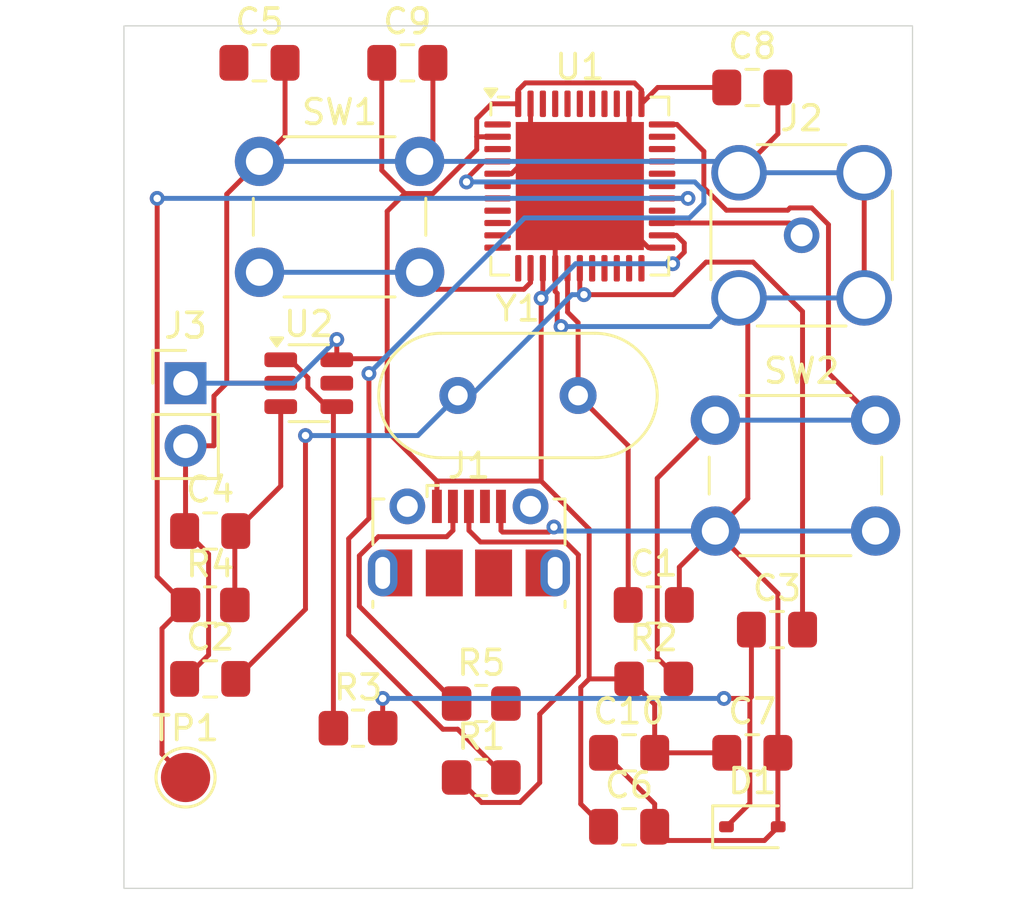
<source format=kicad_pcb>
(kicad_pcb (version 20241229) (generator "pcbnew") (generator_version "9.0")
  (layers (0 "F.Cu" signal) (2 "B.Cu" signal) (13 "F.Paste" user) (15 "B.Paste" user) (5 "F.SilkS" user "F.Silkscreen") (7 "B.SilkS" user "B.Silkscreen") (1 "F.Mask" user) (3 "B.Mask" user) (25 "Edge.Cuts" user))
  (net 0 "")
  (net 1 "Net-(U1-XTAL2)")
  (net 2 "GND")
  (net 3 "Net-(U1-XTAL1)")
  (net 4 "Net-(D1-K)")
  (net 5 "Net-(U2-+)")
  (net 6 "Net-(U1-UCAP)")
  (net 7 "5V")
  (net 15 "Net-(J1-D-)")
  (net 18 "Net-(J1-D+)")
  (net 19 "Net-(J2-In)")
  (net 20 "Net-(U1-D+)")
  (net 21 "Net-(SW2-A)")
  (net 22 "Net-(U2--)")
  (net 23 "Net-(U1-PD7)")
  (net 24 "Net-(U1-D-)")
  (net 25 "Net-(SW1-B)")
  (footprint "Capacitor_SMD:C_0805_2012Metric_Pad1.18x1.45mm_HandSolder" (layer "F.Cu") (at 124 133)
    (property "Reference" "C7" (at 0 -1.68 0) (layer "F.SilkS"))
    (property "Value" "100n")
    (fp_line (start -0.261252 -0.735) (end 0.261252 -0.735) (stroke (width 0.12)) (layer "F.SilkS"))
    (fp_line (start -0.261252 0.735) (end 0.261252 0.735) (stroke (width 0.12)) (layer "F.SilkS"))
    (pad "1" smd roundrect (at -1.0375 0) (size 1.175 1.45) (layers "F.Cu" "F.Mask" "F.Paste") (roundrect_rratio 0.212766) (net 7 "5V"))
    (pad "2" smd roundrect (at 1.0375 0) (size 1.175 1.45) (layers "F.Cu" "F.Mask" "F.Paste") (roundrect_rratio 0.212766) (net 2 "GND"))
  )
  (footprint "Capacitor_SMD:C_0805_2012Metric_Pad1.18x1.45mm_HandSolder" (layer "F.Cu") (at 102 130)
    (property "Reference" "C2" (at 0 -1.68 0) (layer "F.SilkS"))
    (property "Value" "18pF")
    (fp_line (start -0.261252 -0.735) (end 0.261252 -0.735) (stroke (width 0.12)) (layer "F.SilkS"))
    (fp_line (start -0.261252 0.735) (end 0.261252 0.735) (stroke (width 0.12)) (layer "F.SilkS"))
    (pad "1" smd roundrect (at -1.0375 0) (size 1.175 1.45) (layers "F.Cu" "F.Mask" "F.Paste") (roundrect_rratio 0.212766) (net 2 "GND"))
    (pad "2" smd roundrect (at 1.0375 0) (size 1.175 1.45) (layers "F.Cu" "F.Mask" "F.Paste") (roundrect_rratio 0.212766) (net 3 "Net-(U1-XTAL1)"))
  )
  (footprint "Resistor_SMD:R_0805_2012Metric_Pad1.20x1.40mm_HandSolder" (layer "F.Cu") (at 113 134)
    (property "Reference" "R1" (at 0 -1.65 0) (layer "F.SilkS"))
    (property "Value" "22")
    (fp_line (start -0.227064 -0.735) (end 0.227064 -0.735) (stroke (width 0.12)) (layer "F.SilkS"))
    (fp_line (start -0.227064 0.735) (end 0.227064 0.735) (stroke (width 0.12)) (layer "F.SilkS"))
    (pad "1" smd roundrect (at -1 0) (size 1.2 1.4) (layers "F.Cu" "F.Mask" "F.Paste") (roundrect_rratio 0.208333) (net 18 "Net-(J1-D+)"))
    (pad "2" smd roundrect (at 1 0) (size 1.2 1.4) (layers "F.Cu" "F.Mask" "F.Paste") (roundrect_rratio 0.208333) (net 20 "Net-(U1-D+)"))
  )
  (footprint "Package_TO_SOT_SMD:TSOT-23-6" (layer "F.Cu") (at 106 118)
    (property "Reference" "U2" (at 0 -2.4 0) (layer "F.SilkS"))
    (property "Value" "LMH6611")
    (fp_line (start 0 -1.56) (end -0.8 -1.56) (stroke (width 0.12)) (layer "F.SilkS"))
    (fp_line (start 0 -1.56) (end 0.8 -1.56) (stroke (width 0.12)) (layer "F.SilkS"))
    (fp_line (start 0 1.56) (end -0.8 1.56) (stroke (width 0.12)) (layer "F.SilkS"))
    (fp_line (start 0 1.56) (end 0.8 1.56) (stroke (width 0.12)) (layer "F.SilkS"))
    (fp_poly (pts (xy -1.3 -1.51) (xy -1.54 -1.84) (xy -1.06 -1.84) (xy -1.3 -1.51)) (stroke (width 0.12)) (fill yes) (layer "F.SilkS"))
    (pad "1" smd roundrect (at -1.1375 -0.95) (size 1.325 0.6) (layers "F.Cu" "F.Mask" "F.Paste") (net 22 "Net-(U2--)"))
    (pad "2" smd roundrect (at -1.1375 0) (size 1.325 0.6) (layers "F.Cu" "F.Mask" "F.Paste") (net 2 "GND"))
    (pad "3" smd roundrect (at -1.1375 0.95) (size 1.325 0.6) (layers "F.Cu" "F.Mask" "F.Paste") (net 5 "Net-(U2-+)"))
    (pad "4" smd roundrect (at 1.1375 0.95) (size 1.325 0.6) (layers "F.Cu" "F.Mask" "F.Paste") (net 22 "Net-(U2--)"))
    (pad "5" smd roundrect (at 1.1375 0) (size 1.325 0.6) (layers "F.Cu" "F.Mask" "F.Paste"))
    (pad "6" smd roundrect (at 1.1375 -0.95) (size 1.325 0.6) (layers "F.Cu" "F.Mask" "F.Paste") (net 7 "5V"))
  )
  (footprint "Capacitor_SMD:C_0805_2012Metric_Pad1.18x1.45mm_HandSolder" (layer "F.Cu") (at 102 124)
    (property "Reference" "C4" (at 0 -1.68 0) (layer "F.SilkS"))
    (property "Value" "18pF")
    (fp_line (start -0.261252 -0.735) (end 0.261252 -0.735) (stroke (width 0.12)) (layer "F.SilkS"))
    (fp_line (start -0.261252 0.735) (end 0.261252 0.735) (stroke (width 0.12)) (layer "F.SilkS"))
    (pad "1" smd roundrect (at -1.0375 0) (size 1.175 1.45) (layers "F.Cu" "F.Mask" "F.Paste") (roundrect_rratio 0.212766) (net 2 "GND"))
    (pad "2" smd roundrect (at 1.0375 0) (size 1.175 1.45) (layers "F.Cu" "F.Mask" "F.Paste") (roundrect_rratio 0.212766) (net 5 "Net-(U2-+)"))
  )
  (footprint "Capacitor_SMD:C_0805_2012Metric_Pad1.18x1.45mm_HandSolder" (layer "F.Cu") (at 120 127)
    (property "Reference" "C1" (at 0 -1.68 0) (layer "F.SilkS"))
    (property "Value" "18pF")
    (fp_line (start -0.261252 -0.735) (end 0.261252 -0.735) (stroke (width 0.12)) (layer "F.SilkS"))
    (fp_line (start -0.261252 0.735) (end 0.261252 0.735) (stroke (width 0.12)) (layer "F.SilkS"))
    (pad "1" smd roundrect (at -1.0375 0) (size 1.175 1.45) (layers "F.Cu" "F.Mask" "F.Paste") (roundrect_rratio 0.212766) (net 1 "Net-(U1-XTAL2)"))
    (pad "2" smd roundrect (at 1.0375 0) (size 1.175 1.45) (layers "F.Cu" "F.Mask" "F.Paste") (roundrect_rratio 0.212766) (net 2 "GND"))
  )
  (footprint "TestPoint:TestPoint_Pad_D2.0mm" (layer "F.Cu") (at 101 134)
    (property "Reference" "TP1" (at 0 -1.998 0) (layer "F.SilkS"))
    (property "Value" "TestPoint")
    (fp_circle (center 0 0) (end 0 1.2) (stroke (width 0.12)) (fill no) (layer "F.SilkS"))
    (pad "1" smd circle (at 0 0) (size 2 2) (layers "F.Cu" "F.Mask") (net 23 "Net-(U1-PD7)"))
  )
  (footprint "Capacitor_SMD:C_0805_2012Metric_Pad1.18x1.45mm_HandSolder" (layer "F.Cu") (at 125 128)
    (property "Reference" "C3" (at 0 -1.68 0) (layer "F.SilkS"))
    (property "Value" "10nF")
    (fp_line (start -0.261252 -0.735) (end 0.261252 -0.735) (stroke (width 0.12)) (layer "F.SilkS"))
    (fp_line (start -0.261252 0.735) (end 0.261252 0.735) (stroke (width 0.12)) (layer "F.SilkS"))
    (pad "1" smd roundrect (at -1.0375 0) (size 1.175 1.45) (layers "F.Cu" "F.Mask" "F.Paste") (roundrect_rratio 0.212766) (net 4 "Net-(D1-K)"))
    (pad "2" smd roundrect (at 1.0375 0) (size 1.175 1.45) (layers "F.Cu" "F.Mask" "F.Paste") (roundrect_rratio 0.212766) (net 3 "Net-(U1-XTAL1)"))
  )
  (footprint "Connector_USB:USB_Micro-B_Molex-105017-0001" (layer "F.Cu") (at 112.5 124.4625)
    (property "Reference" "J1" (at 0 -3.1125 0) (layer "F.SilkS"))
    (property "Value" "USB_OTG")
    (fp_line (start -3.9 -1.7625) (end -3.45 -1.7625) (stroke (width 0.12)) (layer "F.SilkS"))
    (fp_line (start -3.9 0.0875) (end -3.9 -1.7625) (stroke (width 0.12)) (layer "F.SilkS"))
    (fp_line (start -3.9 2.6375) (end -3.9 2.3875) (stroke (width 0.12)) (layer "F.SilkS"))
    (fp_line (start -1.7 -2.3125) (end -1.7 -1.8625) (stroke (width 0.12)) (layer "F.SilkS"))
    (fp_line (start -1.7 -2.3125) (end -1.25 -2.3125) (stroke (width 0.12)) (layer "F.SilkS"))
    (fp_line (start 3.9 -1.7625) (end 3.45 -1.7625) (stroke (width 0.12)) (layer "F.SilkS"))
    (fp_line (start 3.9 0.0875) (end 3.9 -1.7625) (stroke (width 0.12)) (layer "F.SilkS"))
    (fp_line (start 3.9 2.6375) (end 3.9 2.3875) (stroke (width 0.12)) (layer "F.SilkS"))
    (pad "1" smd rect (at -1.3 -1.4625) (size 0.4 1.35) (layers "F.Cu" "F.Mask" "F.Paste") (net 7 "5V"))
    (pad "2" smd rect (at -0.65 -1.4625) (size 0.4 1.35) (layers "F.Cu" "F.Mask" "F.Paste") (net 15 "Net-(J1-D-)"))
    (pad "3" smd rect (at 0 -1.4625) (size 0.4 1.35) (layers "F.Cu" "F.Mask" "F.Paste") (net 18 "Net-(J1-D+)"))
    (pad "4" smd rect (at 0.65 -1.4625) (size 0.4 1.35) (layers "F.Cu" "F.Mask" "F.Paste"))
    (pad "5" smd rect (at 1.3 -1.4625) (size 0.4 1.35) (layers "F.Cu" "F.Mask" "F.Paste") (net 2 "GND"))
    (pad "6" thru_hole oval (at -3.5 1.2375 180) (size 1.2 1.9) (drill oval 0.6 1.3) (property pad_prop_heatsink) (layers "*.Cu" "*.Mask"))
    (pad "6" smd rect (at -2.9 1.2375) (size 1.2 1.9) (layers "F.Cu" "F.Mask"))
    (pad "6" thru_hole circle (at -2.5 -1.4625) (size 1.45 1.45) (drill 0.85) (property pad_prop_heatsink) (layers "*.Cu" "*.Mask"))
    (pad "6" smd rect (at -1 1.2375) (size 1.5 1.9) (layers "F.Cu" "F.Mask" "F.Paste"))
    (pad "6" smd rect (at 1 1.2375) (size 1.5 1.9) (layers "F.Cu" "F.Mask" "F.Paste"))
    (pad "6" thru_hole circle (at 2.5 -1.4625) (size 1.45 1.45) (drill 0.85) (property pad_prop_heatsink) (layers "*.Cu" "*.Mask"))
    (pad "6" smd rect (at 2.9 1.2375) (size 1.2 1.9) (layers "F.Cu" "F.Mask"))
    (pad "6" thru_hole oval (at 3.5 1.2375) (size 1.2 1.9) (drill oval 0.6 1.3) (property pad_prop_heatsink) (layers "*.Cu" "*.Mask"))
  )
  (footprint "Resistor_SMD:R_0805_2012Metric_Pad1.20x1.40mm_HandSolder" (layer "F.Cu") (at 102 127)
    (property "Reference" "R4" (at 0 -1.65 0) (layer "F.SilkS"))
    (property "Value" "5k")
    (fp_line (start -0.227064 -0.735) (end 0.227064 -0.735) (stroke (width 0.12)) (layer "F.SilkS"))
    (fp_line (start -0.227064 0.735) (end 0.227064 0.735) (stroke (width 0.12)) (layer "F.SilkS"))
    (pad "1" smd roundrect (at -1 0) (size 1.2 1.4) (layers "F.Cu" "F.Mask" "F.Paste") (roundrect_rratio 0.208333) (net 23 "Net-(U1-PD7)"))
    (pad "2" smd roundrect (at 1 0) (size 1.2 1.4) (layers "F.Cu" "F.Mask" "F.Paste") (roundrect_rratio 0.208333) (net 5 "Net-(U2-+)"))
  )
  (footprint "Resistor_SMD:R_0805_2012Metric_Pad1.20x1.40mm_HandSolder" (layer "F.Cu") (at 120 130)
    (property "Reference" "R2" (at 0 -1.65 0) (layer "F.SilkS"))
    (property "Value" "5k")
    (fp_line (start -0.227064 -0.735) (end 0.227064 -0.735) (stroke (width 0.12)) (layer "F.SilkS"))
    (fp_line (start -0.227064 0.735) (end 0.227064 0.735) (stroke (width 0.12)) (layer "F.SilkS"))
    (pad "1" smd roundrect (at -1 0) (size 1.2 1.4) (layers "F.Cu" "F.Mask" "F.Paste") (roundrect_rratio 0.208333) (net 7 "5V"))
    (pad "2" smd roundrect (at 1 0) (size 1.2 1.4) (layers "F.Cu" "F.Mask" "F.Paste") (roundrect_rratio 0.208333) (net 21 "Net-(SW2-A)"))
  )
  (footprint "Capacitor_SMD:C_0805_2012Metric_Pad1.18x1.45mm_HandSolder" (layer "F.Cu") (at 124 106)
    (property "Reference" "C8" (at 0 -1.68 0) (layer "F.SilkS"))
    (property "Value" "100n")
    (fp_line (start -0.261252 -0.735) (end 0.261252 -0.735) (stroke (width 0.12)) (layer "F.SilkS"))
    (fp_line (start -0.261252 0.735) (end 0.261252 0.735) (stroke (width 0.12)) (layer "F.SilkS"))
    (pad "1" smd roundrect (at -1.0375 0) (size 1.175 1.45) (layers "F.Cu" "F.Mask" "F.Paste") (roundrect_rratio 0.212766) (net 7 "5V"))
    (pad "2" smd roundrect (at 1.0375 0) (size 1.175 1.45) (layers "F.Cu" "F.Mask" "F.Paste") (roundrect_rratio 0.212766) (net 2 "GND"))
  )
  (footprint "Capacitor_SMD:C_0805_2012Metric_Pad1.18x1.45mm_HandSolder" (layer "F.Cu") (at 110 105)
    (property "Reference" "C9" (at 0 -1.68 0) (layer "F.SilkS"))
    (property "Value" "100n")
    (fp_line (start -0.261252 -0.735) (end 0.261252 -0.735) (stroke (width 0.12)) (layer "F.SilkS"))
    (fp_line (start -0.261252 0.735) (end 0.261252 0.735) (stroke (width 0.12)) (layer "F.SilkS"))
    (pad "1" smd roundrect (at -1.0375 0) (size 1.175 1.45) (layers "F.Cu" "F.Mask" "F.Paste") (roundrect_rratio 0.212766) (net 7 "5V"))
    (pad "2" smd roundrect (at 1.0375 0) (size 1.175 1.45) (layers "F.Cu" "F.Mask" "F.Paste") (roundrect_rratio 0.212766) (net 2 "GND"))
  )
  (footprint "Button_Switch_THT:SW_PUSH_6mm" (layer "F.Cu") (at 122.5 119.5)
    (property "Reference" "SW2" (at 3.5 -2 0) (layer "F.SilkS"))
    (property "Value" "~")
    (fp_line (start -0.25 1.5) (end -0.25 3) (stroke (width 0.12)) (layer "F.SilkS"))
    (fp_line (start 1 5.5) (end 5.5 5.5) (stroke (width 0.12)) (layer "F.SilkS"))
    (fp_line (start 5.5 -1) (end 1 -1) (stroke (width 0.12)) (layer "F.SilkS"))
    (fp_line (start 6.75 3) (end 6.75 1.5) (stroke (width 0.12)) (layer "F.SilkS"))
    (pad "1" thru_hole circle (at 0 0 90) (size 2 2) (drill 1.1) (layers "*.Cu" "*.Mask") (net 21 "Net-(SW2-A)"))
    (pad "1" thru_hole circle (at 6.5 0 90) (size 2 2) (drill 1.1) (layers "*.Cu" "*.Mask") (net 21 "Net-(SW2-A)"))
    (pad "2" thru_hole circle (at 0 4.5 90) (size 2 2) (drill 1.1) (layers "*.Cu" "*.Mask") (net 2 "GND"))
    (pad "2" thru_hole circle (at 6.5 4.5 90) (size 2 2) (drill 1.1) (layers "*.Cu" "*.Mask") (net 2 "GND"))
  )
  (footprint "Capacitor_SMD:C_0805_2012Metric_Pad1.18x1.45mm_HandSolder" (layer "F.Cu") (at 119 133)
    (property "Reference" "C10" (at 0 -1.68 0) (layer "F.SilkS"))
    (property "Value" "100n")
    (fp_line (start -0.261252 -0.735) (end 0.261252 -0.735) (stroke (width 0.12)) (layer "F.SilkS"))
    (fp_line (start -0.261252 0.735) (end 0.261252 0.735) (stroke (width 0.12)) (layer "F.SilkS"))
    (pad "1" smd roundrect (at -1.0375 0) (size 1.175 1.45) (layers "F.Cu" "F.Mask" "F.Paste") (roundrect_rratio 0.212766) (net 2 "GND"))
    (pad "2" smd roundrect (at 1.0375 0) (size 1.175 1.45) (layers "F.Cu" "F.Mask" "F.Paste") (roundrect_rratio 0.212766) (net 7 "5V"))
  )
  (footprint "Connector_Coaxial:SMA_Amphenol_132134-14_Vertical" (layer "F.Cu") (at 126 112)
    (property "Reference" "J2" (at 0 -4.75 0) (layer "F.SilkS"))
    (property "Value" "Conn_Coaxial")
    (fp_line (start -3.68 -1.8) (end -3.68 1.8) (stroke (width 0.12)) (layer "F.SilkS"))
    (fp_line (start -1.8 -3.68) (end 1.8 -3.68) (stroke (width 0.12)) (layer "F.SilkS"))
    (fp_line (start -1.8 3.68) (end 1.8 3.68) (stroke (width 0.12)) (layer "F.SilkS"))
    (fp_line (start 3.68 -1.8) (end 3.68 1.8) (stroke (width 0.12)) (layer "F.SilkS"))
    (pad "1" thru_hole circle (at 0 0) (size 1.44 1.44) (drill 0.89) (layers "*.Cu" "*.Mask") (net 19 "Net-(J2-In)"))
    (pad "2" thru_hole circle (at -2.54 -2.54) (size 2.25 2.25) (drill 1.7) (layers "*.Cu" "*.Mask") (net 2 "GND"))
    (pad "2" thru_hole circle (at -2.54 2.54) (size 2.25 2.25) (drill 1.7) (layers "*.Cu" "*.Mask") (net 2 "GND"))
    (pad "2" thru_hole circle (at 2.54 -2.54) (size 2.25 2.25) (drill 1.7) (layers "*.Cu" "*.Mask") (net 2 "GND"))
    (pad "2" thru_hole circle (at 2.54 2.54) (size 2.25 2.25) (drill 1.7) (layers "*.Cu" "*.Mask") (net 2 "GND"))
  )
  (footprint "Capacitor_SMD:C_0805_2012Metric_Pad1.18x1.45mm_HandSolder" (layer "F.Cu") (at 119 136)
    (property "Reference" "C6" (at 0 -1.68 0) (layer "F.SilkS"))
    (property "Value" "100n")
    (fp_line (start -0.261252 -0.735) (end 0.261252 -0.735) (stroke (width 0.12)) (layer "F.SilkS"))
    (fp_line (start -0.261252 0.735) (end 0.261252 0.735) (stroke (width 0.12)) (layer "F.SilkS"))
    (pad "1" smd roundrect (at -1.0375 0) (size 1.175 1.45) (layers "F.Cu" "F.Mask" "F.Paste") (roundrect_rratio 0.212766) (net 7 "5V"))
    (pad "2" smd roundrect (at 1.0375 0) (size 1.175 1.45) (layers "F.Cu" "F.Mask" "F.Paste") (roundrect_rratio 0.212766) (net 2 "GND"))
  )
  (footprint "Capacitor_SMD:C_0805_2012Metric_Pad1.18x1.45mm_HandSolder" (layer "F.Cu") (at 104 105)
    (property "Reference" "C5" (at 0 -1.68 0) (layer "F.SilkS"))
    (property "Value" "1u")
    (fp_line (start -0.261252 -0.735) (end 0.261252 -0.735) (stroke (width 0.12)) (layer "F.SilkS"))
    (fp_line (start -0.261252 0.735) (end 0.261252 0.735) (stroke (width 0.12)) (layer "F.SilkS"))
    (pad "1" smd roundrect (at -1.0375 0) (size 1.175 1.45) (layers "F.Cu" "F.Mask" "F.Paste") (roundrect_rratio 0.212766) (net 6 "Net-(U1-UCAP)"))
    (pad "2" smd roundrect (at 1.0375 0) (size 1.175 1.45) (layers "F.Cu" "F.Mask" "F.Paste") (roundrect_rratio 0.212766) (net 2 "GND"))
  )
  (footprint "Connector_PinHeader_2.54mm:PinHeader_1x02_P2.54mm_Vertical" (layer "F.Cu") (at 101 118)
    (property "Reference" "J3" (at 0 -2.33 0) (layer "F.SilkS"))
    (property "Value" "Conn_01x02_Socket")
    (fp_line (start -1.33 -1.33) (end 0 -1.33) (stroke (width 0.12)) (layer "F.SilkS"))
    (fp_line (start -1.33 0) (end -1.33 -1.33) (stroke (width 0.12)) (layer "F.SilkS"))
    (fp_line (start -1.33 1.27) (end -1.33 3.87) (stroke (width 0.12)) (layer "F.SilkS"))
    (fp_line (start -1.33 1.27) (end 1.33 1.27) (stroke (width 0.12)) (layer "F.SilkS"))
    (fp_line (start -1.33 3.87) (end 1.33 3.87) (stroke (width 0.12)) (layer "F.SilkS"))
    (fp_line (start 1.33 1.27) (end 1.33 3.87) (stroke (width 0.12)) (layer "F.SilkS"))
    (pad "1" thru_hole rect (at 0 0) (size 1.7 1.7) (drill 1) (layers "*.Cu" "*.Mask") (net 7 "5V"))
    (pad "2" thru_hole oval (at 0 2.54) (size 1.7 1.7) (drill 1) (layers "*.Cu" "*.Mask") (net 2 "GND"))
  )
  (footprint "Package_DFN_QFN:QFN-44-1EP_7x7mm_P0.5mm_EP5.2x5.2mm" (layer "F.Cu") (at 117 110)
    (property "Reference" "U1" (at 0 -4.83 0) (layer "F.SilkS"))
    (property "Value" "ATmega16U4-M")
    (fp_line (start -3.61 -2.885) (end -3.61 -3.37) (stroke (width 0.12)) (layer "F.SilkS"))
    (fp_line (start -3.61 3.61) (end -3.61 2.885) (stroke (width 0.12)) (layer "F.SilkS"))
    (fp_line (start -2.885 -3.61) (end -3.31 -3.61) (stroke (width 0.12)) (layer "F.SilkS"))
    (fp_line (start -2.885 3.61) (end -3.61 3.61) (stroke (width 0.12)) (layer "F.SilkS"))
    (fp_line (start 2.885 -3.61) (end 3.61 -3.61) (stroke (width 0.12)) (layer "F.SilkS"))
    (fp_line (start 2.885 3.61) (end 3.61 3.61) (stroke (width 0.12)) (layer "F.SilkS"))
    (fp_line (start 3.61 -3.61) (end 3.61 -2.885) (stroke (width 0.12)) (layer "F.SilkS"))
    (fp_line (start 3.61 3.61) (end 3.61 2.885) (stroke (width 0.12)) (layer "F.SilkS"))
    (fp_poly (pts (xy -3.61 -3.61) (xy -3.85 -3.94) (xy -3.37 -3.94) (xy -3.61 -3.61)) (stroke (width 0.12)) (fill yes) (layer "F.SilkS"))
    (pad "1" smd roundrect (at -3.3375 -2.5) (size 1.075 0.25) (layers "F.Cu" "F.Mask" "F.Paste"))
    (pad "2" smd roundrect (at -3.3375 -2) (size 1.075 0.25) (layers "F.Cu" "F.Mask" "F.Paste") (net 7 "5V"))
    (pad "3" smd roundrect (at -3.3375 -1.5) (size 1.075 0.25) (layers "F.Cu" "F.Mask" "F.Paste") (net 24 "Net-(U1-D-)"))
    (pad "4" smd roundrect (at -3.3375 -1) (size 1.075 0.25) (layers "F.Cu" "F.Mask" "F.Paste") (net 20 "Net-(U1-D+)"))
    (pad "5" smd roundrect (at -3.3375 -0.5) (size 1.075 0.25) (layers "F.Cu" "F.Mask" "F.Paste") (net 2 "GND"))
    (pad "6" smd roundrect (at -3.3375 0) (size 1.075 0.25) (layers "F.Cu" "F.Mask" "F.Paste") (net 6 "Net-(U1-UCAP)"))
    (pad "7" smd roundrect (at -3.3375 0.5) (size 1.075 0.25) (layers "F.Cu" "F.Mask" "F.Paste") (net 7 "5V"))
    (pad "8" smd roundrect (at -3.3375 1) (size 1.075 0.25) (layers "F.Cu" "F.Mask" "F.Paste"))
    (pad "9" smd roundrect (at -3.3375 1.5) (size 1.075 0.25) (layers "F.Cu" "F.Mask" "F.Paste"))
    (pad "10" smd roundrect (at -3.3375 2) (size 1.075 0.25) (layers "F.Cu" "F.Mask" "F.Paste"))
    (pad "11" smd roundrect (at -3.3375 2.5) (size 1.075 0.25) (layers "F.Cu" "F.Mask" "F.Paste"))
    (pad "12" smd roundrect (at -2.5 3.3375) (size 0.25 1.075) (layers "F.Cu" "F.Mask" "F.Paste"))
    (pad "13" smd roundrect (at -2 3.3375) (size 0.25 1.075) (layers "F.Cu" "F.Mask" "F.Paste") (net 25 "Net-(SW1-B)"))
    (pad "14" smd roundrect (at -1.5 3.3375) (size 0.25 1.075) (layers "F.Cu" "F.Mask" "F.Paste") (net 7 "5V"))
    (pad "15" smd roundrect (at -1 3.3375) (size 0.25 1.075) (layers "F.Cu" "F.Mask" "F.Paste") (net 2 "GND"))
    (pad "16" smd roundrect (at -0.5 3.3375) (size 0.25 1.075) (layers "F.Cu" "F.Mask" "F.Paste") (net 1 "Net-(U1-XTAL2)"))
    (pad "17" smd roundrect (at 0 3.3375) (size 0.25 1.075) (layers "F.Cu" "F.Mask" "F.Paste") (net 3 "Net-(U1-XTAL1)"))
    (pad "18" smd roundrect (at 0.5 3.3375) (size 0.25 1.075) (layers "F.Cu" "F.Mask" "F.Paste"))
    (pad "19" smd roundrect (at 1 3.3375) (size 0.25 1.075) (layers "F.Cu" "F.Mask" "F.Paste"))
    (pad "20" smd roundrect (at 1.5 3.3375) (size 0.25 1.075) (layers "F.Cu" "F.Mask" "F.Paste"))
    (pad "21" smd roundrect (at 2 3.3375) (size 0.25 1.075) (layers "F.Cu" "F.Mask" "F.Paste"))
    (pad "22" smd roundrect (at 2.5 3.3375) (size 0.25 1.075) (layers "F.Cu" "F.Mask" "F.Paste"))
    (pad "23" smd roundrect (at 3.3375 2.5) (size 1.075 0.25) (layers "F.Cu" "F.Mask" "F.Paste") (net 2 "GND"))
    (pad "24" smd roundrect (at 3.3375 2) (size 1.075 0.25) (layers "F.Cu" "F.Mask" "F.Paste") (net 7 "5V"))
    (pad "25" smd roundrect (at 3.3375 1.5) (size 1.075 0.25) (layers "F.Cu" "F.Mask" "F.Paste") (net 19 "Net-(J2-In)"))
    (pad "26" smd roundrect (at 3.3375 1) (size 1.075 0.25) (layers "F.Cu" "F.Mask" "F.Paste"))
    (pad "27" smd roundrect (at 3.3375 0.5) (size 1.075 0.25) (layers "F.Cu" "F.Mask" "F.Paste") (net 23 "Net-(U1-PD7)"))
    (pad "28" smd roundrect (at 3.3375 0) (size 1.075 0.25) (layers "F.Cu" "F.Mask" "F.Paste"))
    (pad "29" smd roundrect (at 3.3375 -0.5) (size 1.075 0.25) (layers "F.Cu" "F.Mask" "F.Paste"))
    (pad "30" smd roundrect (at 3.3375 -1) (size 1.075 0.25) (layers "F.Cu" "F.Mask" "F.Paste"))
    (pad "31" smd roundrect (at 3.3375 -1.5) (size 1.075 0.25) (layers "F.Cu" "F.Mask" "F.Paste"))
    (pad "32" smd roundrect (at 3.3375 -2) (size 1.075 0.25) (layers "F.Cu" "F.Mask" "F.Paste"))
    (pad "33" smd roundrect (at 3.3375 -2.5) (size 1.075 0.25) (layers "F.Cu" "F.Mask" "F.Paste") (net 21 "Net-(SW2-A)"))
    (pad "34" smd roundrect (at 2.5 -3.3375) (size 0.25 1.075) (layers "F.Cu" "F.Mask" "F.Paste") (net 7 "5V"))
    (pad "35" smd roundrect (at 2 -3.3375) (size 0.25 1.075) (layers "F.Cu" "F.Mask" "F.Paste") (net 2 "GND"))
    (pad "36" smd roundrect (at 1.5 -3.3375) (size 0.25 1.075) (layers "F.Cu" "F.Mask" "F.Paste"))
    (pad "37" smd roundrect (at 1 -3.3375) (size 0.25 1.075) (layers "F.Cu" "F.Mask" "F.Paste"))
    (pad "38" smd roundrect (at 0.5 -3.3375) (size 0.25 1.075) (layers "F.Cu" "F.Mask" "F.Paste"))
    (pad "39" smd roundrect (at 0 -3.3375) (size 0.25 1.075) (layers "F.Cu" "F.Mask" "F.Paste"))
    (pad "40" smd roundrect (at -0.5 -3.3375) (size 0.25 1.075) (layers "F.Cu" "F.Mask" "F.Paste"))
    (pad "41" smd roundrect (at -1 -3.3375) (size 0.25 1.075) (layers "F.Cu" "F.Mask" "F.Paste"))
    (pad "42" smd roundrect (at -1.5 -3.3375) (size 0.25 1.075) (layers "F.Cu" "F.Mask" "F.Paste"))
    (pad "43" smd roundrect (at -2 -3.3375) (size 0.25 1.075) (layers "F.Cu" "F.Mask" "F.Paste") (net 2 "GND"))
    (pad "44" smd roundrect (at -2.5 -3.3375) (size 0.25 1.075) (layers "F.Cu" "F.Mask" "F.Paste") (net 7 "5V"))
    (pad "45" smd rect (at 0 0) (size 5.2 5.2) (property pad_prop_heatsink) (layers "F.Cu" "F.Mask") (net 2 "GND"))
  )
  (footprint "Resistor_SMD:R_0805_2012Metric_Pad1.20x1.40mm_HandSolder" (layer "F.Cu") (at 108 132)
    (property "Reference" "R3" (at 0 -1.65 0) (layer "F.SilkS"))
    (property "Value" "5k")
    (fp_line (start -0.227064 -0.735) (end 0.227064 -0.735) (stroke (width 0.12)) (layer "F.SilkS"))
    (fp_line (start -0.227064 0.735) (end 0.227064 0.735) (stroke (width 0.12)) (layer "F.SilkS"))
    (pad "1" smd roundrect (at -1 0) (size 1.2 1.4) (layers "F.Cu" "F.Mask" "F.Paste") (roundrect_rratio 0.208333) (net 22 "Net-(U2--)"))
    (pad "2" smd roundrect (at 1 0) (size 1.2 1.4) (layers "F.Cu" "F.Mask" "F.Paste") (roundrect_rratio 0.208333) (net 4 "Net-(D1-K)"))
  )
  (footprint "Resistor_SMD:R_0805_2012Metric_Pad1.20x1.40mm_HandSolder" (layer "F.Cu") (at 113 131)
    (property "Reference" "R5" (at 0 -1.65 0) (layer "F.SilkS"))
    (property "Value" "22")
    (fp_line (start -0.227064 -0.735) (end 0.227064 -0.735) (stroke (width 0.12)) (layer "F.SilkS"))
    (fp_line (start -0.227064 0.735) (end 0.227064 0.735) (stroke (width 0.12)) (layer "F.SilkS"))
    (pad "1" smd roundrect (at -1 0) (size 1.2 1.4) (layers "F.Cu" "F.Mask" "F.Paste") (roundrect_rratio 0.208333) (net 15 "Net-(J1-D-)"))
    (pad "2" smd roundrect (at 1 0) (size 1.2 1.4) (layers "F.Cu" "F.Mask" "F.Paste") (roundrect_rratio 0.208333) (net 24 "Net-(U1-D-)"))
  )
  (footprint "Button_Switch_THT:SW_PUSH_6mm" (layer "F.Cu") (at 104 109)
    (property "Reference" "SW1" (at 3.25 -2 0) (layer "F.SilkS"))
    (property "Value" "~")
    (fp_line (start -0.25 1.5) (end -0.25 3) (stroke (width 0.12)) (layer "F.SilkS"))
    (fp_line (start 1 5.5) (end 5.5 5.5) (stroke (width 0.12)) (layer "F.SilkS"))
    (fp_line (start 5.5 -1) (end 1 -1) (stroke (width 0.12)) (layer "F.SilkS"))
    (fp_line (start 6.75 3) (end 6.75 1.5) (stroke (width 0.12)) (layer "F.SilkS"))
    (pad "1" thru_hole circle (at 0 0 90) (size 2 2) (drill 1.1) (layers "*.Cu" "*.Mask") (net 2 "GND"))
    (pad "1" thru_hole circle (at 6.5 0 90) (size 2 2) (drill 1.1) (layers "*.Cu" "*.Mask") (net 2 "GND"))
    (pad "2" thru_hole circle (at 0 4.5 90) (size 2 2) (drill 1.1) (layers "*.Cu" "*.Mask") (net 25 "Net-(SW1-B)"))
    (pad "2" thru_hole circle (at 6.5 4.5 90) (size 2 2) (drill 1.1) (layers "*.Cu" "*.Mask") (net 25 "Net-(SW1-B)"))
  )
  (footprint "Crystal:Crystal_HC49-U_Vertical" (layer "F.Cu") (at 112.05 118.5)
    (property "Reference" "Y1" (at 2.44 -3.525 0) (layer "F.SilkS"))
    (property "Value" "Crystal")
    (fp_line (start -0.685 -2.525) (end 5.565 -2.525) (stroke (width 0.12)) (layer "F.SilkS"))
    (fp_line (start -0.685 2.525) (end 5.565 2.525) (stroke (width 0.12)) (layer "F.SilkS"))
    (fp_arc (start -0.685 2.525) (mid -3.21 0) (end -0.685 -2.525) (stroke (width 0.12)) (layer "F.SilkS"))
    (fp_arc (start 5.565 -2.525) (mid 8.09 0) (end 5.565 2.525) (stroke (width 0.12)) (layer "F.SilkS"))
    (pad "1" thru_hole circle (at 0 0) (size 1.5 1.5) (drill 0.8) (layers "*.Cu" "*.Mask") (net 3 "Net-(U1-XTAL1)"))
    (pad "2" thru_hole circle (at 4.88 0) (size 1.5 1.5) (drill 0.8) (layers "*.Cu" "*.Mask") (net 1 "Net-(U1-XTAL2)"))
  )
  (footprint "Diode_SMD:D_SOD-323" (layer "F.Cu") (at 124 136)
    (property "Reference" "D1" (at 0 -1.85 0) (layer "F.SilkS"))
    (property "Value" "10pF")
    (fp_line (start -1.61 -0.85) (end -1.61 0.85) (stroke (width 0.12)) (layer "F.SilkS"))
    (fp_line (start -1.61 -0.85) (end 1.05 -0.85) (stroke (width 0.12)) (layer "F.SilkS"))
    (fp_line (start -1.61 0.85) (end 1.05 0.85) (stroke (width 0.12)) (layer "F.SilkS"))
    (pad "1" smd roundrect (at -1.05 0) (size 0.6 0.45) (layers "F.Cu" "F.Mask" "F.Paste") (net 4 "Net-(D1-K)"))
    (pad "2" smd roundrect (at 1.05 0) (size 0.6 0.45) (layers "F.Cu" "F.Mask" "F.Paste") (net 2 "GND"))
  )
  (gr_rect (start 98.5 103.5) (end 130.5 138.5) (stroke (width 0.05)) (fill no) (layer "Edge.Cuts"))
  (segment (start 116.503 113.3405) (end 116.5 113.3375) (width 0.2) (layer "F.Cu") (net 1))
  (segment (start 118.9625 120.5325) (end 116.93 118.5) (width 0.2) (layer "F.Cu") (net 1))
  (segment (start 116.503 115.1171) (end 116.503 113.3405) (width 0.2) (layer "F.Cu") (net 1))
  (segment (start 116.93 118.5) (end 116.93 115.5441) (width 0.2) (layer "F.Cu") (net 1))
  (segment (start 116.93 115.5441) (end 116.503 115.1171) (width 0.2) (layer "F.Cu") (net 1))
  (segment (start 118.9625 127) (end 118.9625 120.5325) (width 0.2) (layer "F.Cu") (net 1))
  (segment (start 118.7252 110) (end 117 110) (width 0.2) (layer "F.Cu") (net 2))
  (segment (start 123.8163 114.8963) (end 123.46 114.54) (width 0.2) (layer "F.Cu") (net 2))
  (segment (start 115.948 123.8359) (end 115.7407 124.0432) (width 0.2) (layer "F.Cu") (net 2))
  (segment (start 116.0823 114.3558) (end 116 114.2735) (width 0.2) (layer "F.Cu") (net 2))
  (segment (start 125.0375 107.8825) (end 123.46 109.46) (width 0.2) (layer "F.Cu") (net 2))
  (segment (start 120.5958 136.5583) (end 124.4917 136.5583) (width 0.2) (layer "F.Cu") (net 2))
  (segment (start 114.8628 108.8628) (end 116 110) (width 0.2) (layer "F.Cu") (net 2))
  (segment (start 111.0375 108.4625) (end 111.0375 105) (width 0.2) (layer "F.Cu") (net 2))
  (segment (start 114.2256 109.5) (end 113.6625 109.5) (width 0.2) (layer "F.Cu") (net 2))
  (segment (start 101 120.54) (end 102.1517 120.54) (width 0.2) (layer "F.Cu") (net 2))
  (segment (start 114.8628 108.8628) (end 114.2256 109.5) (width 0.2) (layer "F.Cu") (net 2))
  (segment (start 101 120.54) (end 101 121.6917) (width 0.2) (layer "F.Cu") (net 2))
  (segment (start 101.9352 129.0273) (end 101.9352 124.9352) (width 0.2) (layer "F.Cu") (net 2))
  (segment (start 102.6715 110.3285) (end 104 109) (width 0.2) (layer "F.Cu") (net 2))
  (segment (start 121.0375 125.4625) (end 122.5 124) (width 0.2) (layer "F.Cu") (net 2))
  (segment (start 101.9352 124.9352) (end 101 124) (width 0.2) (layer "F.Cu") (net 2))
  (segment (start 118.7252 111.4407) (end 118.7252 110) (width 0.2) (layer "F.Cu") (net 2))
  (segment (start 116.0823 115.5473) (end 116.0823 114.3558) (width 0.2) (layer "F.Cu") (net 2))
  (segment (start 120.0375 135.075) (end 120.0375 136) (width 0.2) (layer "F.Cu") (net 2))
  (segment (start 115 106.6625) (end 115 108.7256) (width 0.2) (layer "F.Cu") (net 2))
  (segment (start 125.0375 106) (end 125.0375 107.8825) (width 0.2) (layer "F.Cu") (net 2))
  (segment (start 105.0375 105) (end 105.0375 107.9625) (width 0.2) (layer "F.Cu") (net 2))
  (segment (start 116.2374 115.7024) (end 116.0823 115.5473) (width 0.2) (layer "F.Cu") (net 2))
  (segment (start 113.8665 124.0432) (end 113.8 123.9767) (width 0.2) (layer "F.Cu") (net 2))
  (segment (start 113.8 123) (end 113.8 123.9767) (width 0.2) (layer "F.Cu") (net 2))
  (segment (start 115.7407 124.0432) (end 113.8665 124.0432) (width 0.2) (layer "F.Cu") (net 2))
  (segment (start 123.8163 122.6837) (end 123.8163 114.8963) (width 0.2) (layer "F.Cu") (net 2))
  (segment (start 125.0375 133) (end 125.0375 126.5375) (width 0.2) (layer "F.Cu") (net 2))
  (segment (start 128.54 114.54) (end 128.54 109.46) (width 0.2) (layer "F.Cu") (net 2))
  (segment (start 125.0375 135.9875) (end 125.0375 133) (width 0.2) (layer "F.Cu") (net 2))
  (segment (start 124.4917 136.5583) (end 125.05 136) (width 0.2) (layer "F.Cu") (net 2))
  (segment (start 116 114.2735) (end 116 113.3375) (width 0.2) (layer "F.Cu") (net 2))
  (segment (start 119.7845 112.5) (end 118.7252 111.4407) (width 0.2) (layer "F.Cu") (net 2))
  (segment (start 117.9625 133) (end 120.0375 135.075) (width 0.2) (layer "F.Cu") (net 2))
  (segment (start 101 124) (end 101 121.6917) (width 0.2) (layer "F.Cu") (net 2))
  (segment (start 110.5 109) (end 111.0375 108.4625) (width 0.2) (layer "F.Cu") (net 2))
  (segment (start 102.6715 118) (end 104.8625 118) (width 0.2) (layer "F.Cu") (net 2))
  (segment (start 101 124) (end 100.9625 124) (width 0.2) (layer "F.Cu") (net 2))
  (segment (start 122.5 124) (end 123.8163 122.6837) (width 0.2) (layer "F.Cu") (net 2))
  (segment (start 102.1517 118.5198) (end 102.6715 118) (width 0.2) (layer "F.Cu") (net 2))
  (segment (start 105.0375 107.9625) (end 104 109) (width 0.2) (layer "F.Cu") (net 2))
  (segment (start 102.1517 120.54) (end 102.1517 118.5198) (width 0.2) (layer "F.Cu") (net 2))
  (segment (start 115 108.7256) (end 114.8628 108.8628) (width 0.2) (layer "F.Cu") (net 2))
  (segment (start 120.3375 112.5) (end 119.7845 112.5) (width 0.2) (layer "F.Cu") (net 2))
  (segment (start 100.9625 130) (end 101.9352 129.0273) (width 0.2) (layer "F.Cu") (net 2))
  (segment (start 102.6715 118) (end 102.6715 110.3285) (width 0.2) (layer "F.Cu") (net 2))
  (segment (start 125.0375 126.5375) (end 122.5 124) (width 0.2) (layer "F.Cu") (net 2))
  (segment (start 120.0375 136) (end 120.5958 136.5583) (width 0.2) (layer "F.Cu") (net 2))
  (segment (start 118.7252 110) (end 119 109.7252) (width 0.2) (layer "F.Cu") (net 2))
  (segment (start 117 110) (end 116 110) (width 0.2) (layer "F.Cu") (net 2))
  (segment (start 125.05 136) (end 125.0375 135.9875) (width 0.2) (layer "F.Cu") (net 2))
  (segment (start 121.0375 127) (end 121.0375 125.4625) (width 0.2) (layer "F.Cu") (net 2))
  (segment (start 116 110) (end 116 113.3375) (width 0.2) (layer "F.Cu") (net 2))
  (segment (start 119 109.7252) (end 119 106.6625) (width 0.2) (layer "F.Cu") (net 2))
  (via (at 116.2374 115.7024) (size 0.6) (drill 0.3) (layers "F.Cu" "B.Cu") (net 2))
  (via (at 115.948 123.8359) (size 0.6) (drill 0.3) (layers "F.Cu" "B.Cu") (net 2))
  (segment (start 104 109) (end 110.5 109) (width 0.2) (layer "B.Cu") (net 2))
  (segment (start 123.46 109.46) (end 123 109) (width 0.2) (layer "B.Cu") (net 2))
  (segment (start 128.54 114.54) (end 123.46 114.54) (width 0.2) (layer "B.Cu") (net 2))
  (segment (start 123.46 114.54) (end 122.2976 115.7024) (width 0.2) (layer "B.Cu") (net 2))
  (segment (start 116.1121 124) (end 115.948 123.8359) (width 0.2) (layer "B.Cu") (net 2))
  (segment (start 122.2976 115.7024) (end 116.2374 115.7024) (width 0.2) (layer "B.Cu") (net 2))
  (segment (start 122.5 124) (end 116.1121 124) (width 0.2) (layer "B.Cu") (net 2))
  (segment (start 128.54 109.46) (end 123.46 109.46) (width 0.2) (layer "B.Cu") (net 2))
  (segment (start 129 124) (end 122.5 124) (width 0.2) (layer "B.Cu") (net 2))
  (segment (start 123 109) (end 110.5 109) (width 0.2) (layer "B.Cu") (net 2))
  (segment (start 103.0375 130) (end 105.8665 127.171) (width 0.2) (layer "F.Cu") (net 3))
  (segment (start 117 113.3375) (end 117 114.2409) (width 0.2) (layer "F.Cu") (net 3))
  (segment (start 124.0323 113.0871) (end 126.0375 115.0923) (width 0.2) (layer "F.Cu") (net 3))
  (segment (start 120.8015 114.4082) (end 122.1226 113.0871) (width 0.2) (layer "F.Cu") (net 3))
  (segment (start 117 114.2409) (end 117.1673 114.4082) (width 0.2) (layer "F.Cu") (net 3))
  (segment (start 126.0375 115.0923) (end 126.0375 128) (width 0.2) (layer "F.Cu") (net 3))
  (segment (start 117.1673 114.4082) (end 120.8015 114.4082) (width 0.2) (layer "F.Cu") (net 3))
  (segment (start 122.1226 113.0871) (end 124.0323 113.0871) (width 0.2) (layer "F.Cu") (net 3))
  (segment (start 105.8665 127.171) (end 105.8665 120.1251) (width 0.2) (layer "F.Cu") (net 3))
  (via (at 105.8665 120.1251) (size 0.6) (drill 0.3) (layers "F.Cu" "B.Cu") (net 3))
  (via (at 117.1673 114.4082) (size 0.6) (drill 0.3) (layers "F.Cu" "B.Cu") (net 3))
  (segment (start 116.6808 114.4082) (end 112.589 118.5) (width 0.2) (layer "B.Cu") (net 3))
  (segment (start 117.1673 114.4082) (end 116.6808 114.4082) (width 0.2) (layer "B.Cu") (net 3))
  (segment (start 110.4249 120.1251) (end 112.05 118.5) (width 0.2) (layer "B.Cu") (net 3))
  (segment (start 105.8665 120.1251) (end 110.4249 120.1251) (width 0.2) (layer "B.Cu") (net 3))
  (segment (start 112.589 118.5) (end 112.05 118.5) (width 0.2) (layer "B.Cu") (net 3))
  (segment (start 123.8992 130.7929) (end 123.8992 135.0508) (width 0.2) (layer "F.Cu") (net 4))
  (segment (start 123.8992 135.0508) (end 122.95 136) (width 0.2) (layer "F.Cu") (net 4))
  (segment (start 123.9625 128) (end 123.9625 130.7296) (width 0.2) (layer "F.Cu") (net 4))
  (segment (start 109 132) (end 109 130.7929) (width 0.2) (layer "F.Cu") (net 4))
  (segment (start 123.9625 130.7296) (end 123.8992 130.7929) (width 0.2) (layer "F.Cu") (net 4))
  (segment (start 123.8992 130.7929) (end 122.8496 130.7929) (width 0.2) (layer "F.Cu") (net 4))
  (via (at 122.8496 130.7929) (size 0.6) (drill 0.3) (layers "F.Cu" "B.Cu") (net 4))
  (via (at 109 130.7929) (size 0.6) (drill 0.3) (layers "F.Cu" "B.Cu") (net 4))
  (segment (start 109 130.7929) (end 122.8496 130.7929) (width 0.2) (layer "B.Cu") (net 4))
  (segment (start 103.0375 124) (end 104.8625 122.175) (width 0.2) (layer "F.Cu") (net 5))
  (segment (start 103 127) (end 103 124.0375) (width 0.2) (layer "F.Cu") (net 5))
  (segment (start 104.8625 122.175) (end 104.8625 118.95) (width 0.2) (layer "F.Cu") (net 5))
  (segment (start 103 124.0375) (end 103.0375 124) (width 0.2) (layer "F.Cu") (net 5))
  (segment (start 111.2 122.137) (end 111.2 121.9723) (width 0.2) (layer "F.Cu") (net 7))
  (segment (start 117.0376 130.3413) (end 117.3789 130) (width 0.2) (layer "F.Cu") (net 7))
  (segment (start 120.0375 131.0375) (end 119 130) (width 0.2) (layer "F.Cu") (net 7))
  (segment (start 111.0393 110.3017) (end 109.904 110.3017) (width 0.2) (layer "F.Cu") (net 7))
  (segment (start 120.1625 106) (end 119.5 106.6625) (width 0.2) (layer "F.Cu") (net 7))
  (segment (start 117.3789 130) (end 119 130) (width 0.2) (layer "F.Cu") (net 7))
  (segment (start 112.8161 108.5249) (end 111.4871 109.8539) (width 0.2) (layer "F.Cu") (net 7))
  (segment (start 122.9625 133) (end 120.0375 133) (width 0.2) (layer "F.Cu") (net 7))
  (segment (start 117.3789 123.9201) (end 115.4311 121.9723) (width 0.2) (layer "F.Cu") (net 7))
  (segment (start 111.2 121.9723) (end 115.4311 121.9723) (width 0.2) (layer "F.Cu") (net 7))
  (segment (start 108.9625 105) (end 108.9625 109.3602) (width 0.2) (layer "F.Cu") (net 7))
  (segment (start 121.2381 112.682) (end 120.7679 113.1522) (width 0.2) (layer "F.Cu") (net 7))
  (segment (start 120.0375 133) (end 120.0375 131.0375) (width 0.2) (layer "F.Cu") (net 7))
  (segment (start 107.1375 117.05) (end 107.1375 116.226) (width 0.2) (layer "F.Cu") (net 7))
  (segment (start 113.422 106.6625) (end 114.5 106.6625) (width 0.2) (layer "F.Cu") (net 7))
  (segment (start 115.5 114.4846) (end 115.4311 114.5535) (width 0.2) (layer "F.Cu") (net 7))
  (segment (start 120.9215 112) (end 121.2381 112.3166) (width 0.2) (layer "F.Cu") (net 7))
  (segment (start 107.1811 117.0064) (end 107.1375 117.05) (width 0.2) (layer "F.Cu") (net 7))
  (segment (start 114.5 106.1043) (end 114.7899 105.8144) (width 0.2) (layer "F.Cu") (net 7))
  (segment (start 117.3789 130) (end 117.3789 123.9201) (width 0.2) (layer "F.Cu") (net 7))
  (segment (start 115.4311 114.5535) (end 115.4287 114.5535) (width 0.2) (layer "F.Cu") (net 7))
  (segment (start 109.1824 117.0064) (end 107.1811 117.0064) (width 0.2) (layer "F.Cu") (net 7))
  (segment (start 111.4871 109.8539) (end 111.0393 110.3017) (width 0.2) (layer "F.Cu") (net 7))
  (segment (start 120.3375 112) (end 120.9215 112) (width 0.2) (layer "F.Cu") (net 7))
  (segment (start 119.2173 105.8144) (end 119.5 106.0971) (width 0.2) (layer "F.Cu") (net 7))
  (segment (start 119.5 106.0971) (end 119.5 106.6625) (width 0.2) (layer "F.Cu") (net 7))
  (segment (start 112.8161 108) (end 112.8161 108.5249) (width 0.2) (layer "F.Cu") (net 7))
  (segment (start 112.8161 108) (end 112.8161 107.2684) (width 0.2) (layer "F.Cu") (net 7))
  (segment (start 122.9625 106) (end 120.1625 106) (width 0.2) (layer "F.Cu") (net 7))
  (segment (start 108.9625 109.3602) (end 109.904 110.3017) (width 0.2) (layer "F.Cu") (net 7))
  (segment (start 113.6625 108) (end 112.8161 108) (width 0.2) (layer "F.Cu") (net 7))
  (segment (start 112.8161 107.2684) (end 113.422 106.6625) (width 0.2) (layer "F.Cu") (net 7))
  (segment (start 109.1824 111.0233) (end 109.904 110.3017) (width 0.2) (layer "F.Cu") (net 7))
  (segment (start 111.2 123) (end 111.2 122.137) (width 0.2) (layer "F.Cu") (net 7))
  (segment (start 114.7899 105.8144) (end 119.2173 105.8144) (width 0.2) (layer "F.Cu") (net 7))
  (segment (start 117.0376 135.0751) (end 117.0376 130.3413) (width 0.2) (layer "F.Cu") (net 7))
  (segment (start 115.4311 114.5535) (end 115.4311 121.9723) (width 0.2) (layer "F.Cu") (net 7))
  (segment (start 111.2 121.9723) (end 109.1824 119.9547) (width 0.2) (layer "F.Cu") (net 7))
  (segment (start 109.1824 119.9547) (end 109.1824 117.0064) (width 0.2) (layer "F.Cu") (net 7))
  (segment (start 114.5 106.6625) (end 114.5 106.1043) (width 0.2) (layer "F.Cu") (net 7))
  (segment (start 121.2381 112.3166) (end 121.2381 112.682) (width 0.2) (layer "F.Cu") (net 7))
  (segment (start 117.9625 136) (end 117.0376 135.0751) (width 0.2) (layer "F.Cu") (net 7))
  (segment (start 109.1824 117.0064) (end 109.1824 111.0233) (width 0.2) (layer "F.Cu") (net 7))
  (segment (start 115.5 113.3375) (end 115.5 114.4846) (width 0.2) (layer "F.Cu") (net 7))
  (via (at 120.7679 113.1522) (size 0.6) (drill 0.3) (layers "F.Cu" "B.Cu") (net 7))
  (via (at 107.1375 116.226) (size 0.6) (drill 0.3) (layers "F.Cu" "B.Cu") (net 7))
  (via (at 115.4287 114.5535) (size 0.6) (drill 0.3) (layers "F.Cu" "B.Cu") (net 7))
  (segment (start 116.83 113.1522) (end 115.4287 114.5535) (width 0.2) (layer "B.Cu") (net 7))
  (segment (start 101 118) (end 105.3635 118) (width 0.2) (layer "B.Cu") (net 7))
  (segment (start 105.3635 118) (end 107.1375 116.226) (width 0.2) (layer "B.Cu") (net 7))
  (segment (start 120.7679 113.1522) (end 116.83 113.1522) (width 0.2) (layer "B.Cu") (net 7))
  (segment (start 108.8257 124.2292) (end 111.5975 124.2292) (width 0.2) (layer "F.Cu") (net 15))
  (segment (start 112 131) (end 108.0533 127.0533) (width 0.2) (layer "F.Cu") (net 15))
  (segment (start 111.85 123) (end 111.85 123.9767) (width 0.2) (layer "F.Cu") (net 15))
  (segment (start 111.5975 124.2292) (end 111.85 123.9767) (width 0.2) (layer "F.Cu") (net 15))
  (segment (start 108.0533 127.0533) (end 108.0533 125.0016) (width 0.2) (layer "F.Cu") (net 15))
  (segment (start 108.0533 125.0016) (end 108.8257 124.2292) (width 0.2) (layer "F.Cu") (net 15))
  (segment (start 112.5 123) (end 112.5 123.9767) (width 0.2) (layer "F.Cu") (net 18))
  (segment (start 116.9395 124.9653) (end 116.9395 129.8624) (width 0.2) (layer "F.Cu") (net 18))
  (segment (start 115.3719 134.2121) (end 114.5693 135.0147) (width 0.2) (layer "F.Cu") (net 18))
  (segment (start 114.5693 135.0147) (end 113.0147 135.0147) (width 0.2) (layer "F.Cu") (net 18))
  (segment (start 112.9682 124.4449) (end 116.4191 124.4449) (width 0.2) (layer "F.Cu") (net 18))
  (segment (start 113.0147 135.0147) (end 112 134) (width 0.2) (layer "F.Cu") (net 18))
  (segment (start 116.4191 124.4449) (end 116.9395 124.9653) (width 0.2) (layer "F.Cu") (net 18))
  (segment (start 116.9395 129.8624) (end 115.3719 131.43) (width 0.2) (layer "F.Cu") (net 18))
  (segment (start 112.5 123.9767) (end 112.9682 124.4449) (width 0.2) (layer "F.Cu") (net 18))
  (segment (start 115.3719 131.43) (end 115.3719 134.2121) (width 0.2) (layer "F.Cu") (net 18))
  (segment (start 120.3375 111.5) (end 125.5 111.5) (width 0.2) (layer "F.Cu") (net 19))
  (segment (start 125.5 111.5) (end 126 112) (width 0.2) (layer "F.Cu") (net 19))
  (segment (start 112.402 109.7075) (end 112.402 109.833) (width 0.2) (layer "F.Cu") (net 20))
  (segment (start 114 134) (end 112.0429 132.0429) (width 0.2) (layer "F.Cu") (net 20))
  (segment (start 108.4415 123.4883) (end 108.4415 117.6081) (width 0.2) (layer "F.Cu") (net 20))
  (segment (start 111.4449 132.0429) (end 107.6202 128.2182) (width 0.2) (layer "F.Cu") (net 20))
  (segment (start 107.6202 128.2182) (end 107.6202 124.3096) (width 0.2) (layer "F.Cu") (net 20))
  (segment (start 112.0429 132.0429) (end 111.4449 132.0429) (width 0.2) (layer "F.Cu") (net 20))
  (segment (start 107.6202 124.3096) (end 108.4415 123.4883) (width 0.2) (layer "F.Cu") (net 20))
  (segment (start 113.6625 109) (end 113.1095 109) (width 0.2) (layer "F.Cu") (net 20))
  (segment (start 113.1095 109) (end 112.402 109.7075) (width 0.2) (layer "F.Cu") (net 20))
  (via (at 108.4415 117.6081) (size 0.6) (drill 0.3) (layers "F.Cu" "B.Cu") (net 20))
  (via (at 112.402 109.833) (size 0.6) (drill 0.3) (layers "F.Cu" "B.Cu") (net 20))
  (segment (start 121.4483 111.2922) (end 122.0333 110.7072) (width 0.2) (layer "B.Cu") (net 20))
  (segment (start 122.0333 110.2016) (end 121.6647 109.833) (width 0.2) (layer "B.Cu") (net 20))
  (segment (start 114.7574 111.2922) (end 121.4483 111.2922) (width 0.2) (layer "B.Cu") (net 20))
  (segment (start 121.6647 109.833) (end 112.402 109.833) (width 0.2) (layer "B.Cu") (net 20))
  (segment (start 108.4415 117.6081) (end 114.7574 111.2922) (width 0.2) (layer "B.Cu") (net 20))
  (segment (start 122.0333 110.7072) (end 122.0333 110.2016) (width 0.2) (layer "B.Cu") (net 20))
  (segment (start 126.4112 110.8864) (end 127.0903 111.5655) (width 0.2) (layer "F.Cu") (net 21))
  (segment (start 125.5311 110.8864) (end 126.4112 110.8864) (width 0.2) (layer "F.Cu") (net 21))
  (segment (start 121 130) (end 120.1418 129.1418) (width 0.2) (layer "F.Cu") (net 21))
  (segment (start 122.0333 110.0652) (end 122.9479 110.9798) (width 0.2) (layer "F.Cu") (net 21))
  (segment (start 122.0333 108.5927) (end 122.0333 110.0652) (width 0.2) (layer "F.Cu") (net 21))
  (segment (start 127.0903 111.5655) (end 127.0903 117.5903) (width 0.2) (layer "F.Cu") (net 21))
  (segment (start 120.9406 107.5) (end 122.0333 108.5927) (width 0.2) (layer "F.Cu") (net 21))
  (segment (start 120.1418 121.8582) (end 122.5 119.5) (width 0.2) (layer "F.Cu") (net 21))
  (segment (start 125.4377 110.9798) (end 125.5311 110.8864) (width 0.2) (layer "F.Cu") (net 21))
  (segment (start 120.3375 107.5) (end 120.9406 107.5) (width 0.2) (layer "F.Cu") (net 21))
  (segment (start 127.0903 117.5903) (end 129 119.5) (width 0.2) (layer "F.Cu") (net 21))
  (segment (start 120.1418 129.1418) (end 120.1418 121.8582) (width 0.2) (layer "F.Cu") (net 21))
  (segment (start 122.9479 110.9798) (end 125.4377 110.9798) (width 0.2) (layer "F.Cu") (net 21))
  (segment (start 129 119.5) (end 122.5 119.5) (width 0.2) (layer "B.Cu") (net 21))
  (segment (start 105.9645 117.7761) (end 105.2384 117.05) (width 0.2) (layer "F.Cu") (net 22))
  (segment (start 105.2384 117.05) (end 104.8625 117.05) (width 0.2) (layer "F.Cu") (net 22))
  (segment (start 105.9645 118.1816) (end 105.9645 117.7761) (width 0.2) (layer "F.Cu") (net 22))
  (segment (start 106.8704 119.0875) (end 105.9645 118.1816) (width 0.2) (layer "F.Cu") (net 22))
  (segment (start 107 119.0875) (end 106.8704 119.0875) (width 0.2) (layer "F.Cu") (net 22))
  (segment (start 107 119.0875) (end 107.1375 118.95) (width 0.2) (layer "F.Cu") (net 22))
  (segment (start 107 119.0875) (end 107 132) (width 0.2) (layer "F.Cu") (net 22))
  (segment (start 99.8483 125.8483) (end 99.8483 110.5) (width 0.2) (layer "F.Cu") (net 23))
  (segment (start 101 127) (end 100.044 127.956) (width 0.2) (layer "F.Cu") (net 23))
  (segment (start 101 127) (end 99.8483 125.8483) (width 0.2) (layer "F.Cu") (net 23))
  (segment (start 100.044 127.956) (end 100.044 133.044) (width 0.2) (layer "F.Cu") (net 23))
  (segment (start 100.044 133.044) (end 101 134) (width 0.2) (layer "F.Cu") (net 23))
  (segment (start 120.3375 110.5) (end 121.3893 110.5) (width 0.2) (layer "F.Cu") (net 23))
  (via (at 99.8483 110.5) (size 0.6) (drill 0.3) (layers "F.Cu" "B.Cu") (net 23))
  (via (at 121.3893 110.5) (size 0.6) (drill 0.3) (layers "F.Cu" "B.Cu") (net 23))
  (segment (start 99.8483 110.5) (end 121.3893 110.5) (width 0.2) (layer "B.Cu") (net 23))
  (segment (start 114.7279 114.1902) (end 115 113.9181) (width 0.2) (layer "F.Cu") (net 25))
  (segment (start 110.5 113.5) (end 111.1902 114.1902) (width 0.2) (layer "F.Cu") (net 25))
  (segment (start 115 113.9181) (end 115 113.3375) (width 0.2) (layer "F.Cu") (net 25))
  (segment (start 111.1902 114.1902) (end 114.7279 114.1902) (width 0.2) (layer "F.Cu") (net 25))
  (segment (start 110.5 113.5) (end 104 113.5) (width 0.2) (layer "B.Cu") (net 25))
)
</source>
